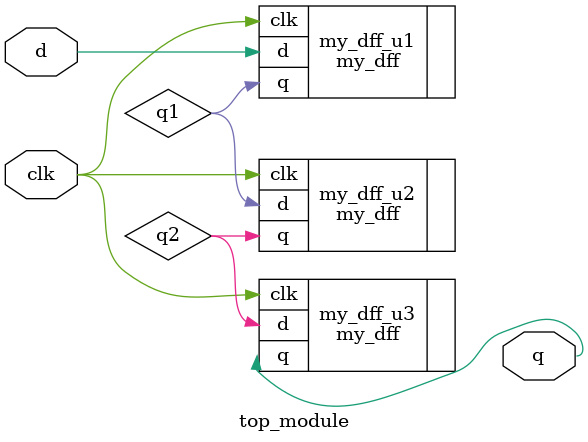
<source format=v>
module top_module ( input clk, input d, output q );
    
    wire q1,q2;
    
    my_dff my_dff_u1(
        .clk(clk),
        .d(d),
        .q(q1)
    );
    
	my_dff my_dff_u2(
        .clk(clk),
        .d(q1),
        .q(q2)
    );
    
	my_dff my_dff_u3(
        .clk(clk),
        .d(q2),
        .q(q)
    );

endmodule
</source>
